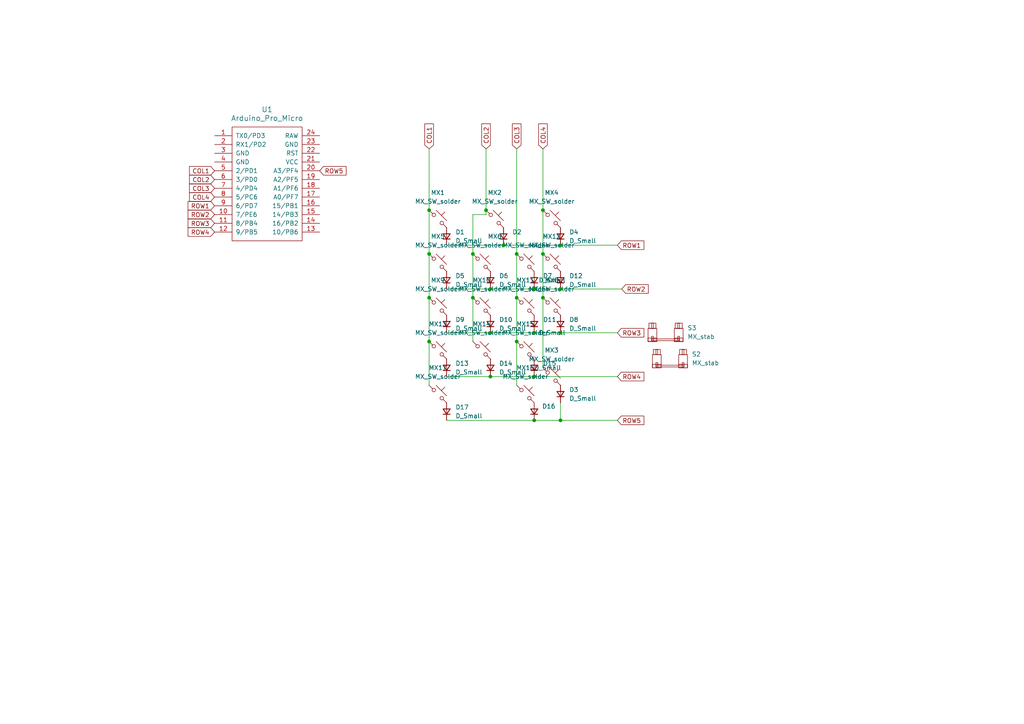
<source format=kicad_sch>
(kicad_sch (version 20231120) (generator "eeschema") (generator_version "8.0")
  (paper "A4")
  (lib_symbols
    (symbol "Device:D_Small" (pin_numbers hide) (pin_names (offset 0.254) hide)
      (property "Reference" "D" (at -1.27 2.032 0))
      (property "Value" "D_Small" (at -3.81 -2.032 0))
      (symbol "D_Small_0_1"
        (polyline (pts (xy -0.762 -1.016) (xy -0.762 1.016)) (stroke (width 0.254)))
        (polyline (pts (xy -0.762 0) (xy 0.762 0)))
        (polyline (pts (xy 0.762 -1.016) (xy -0.762 0) (xy 0.762 1.016) (xy 0.762 -1.016)) (stroke (width 0.254)))
      )
      (symbol "D_Small_1_1"
        (pin passive line (at -2.54 0 0) (length 1.778) (name "K") (number "1"))
        (pin passive line (at 2.54 0 180) (length 1.778) (name "A") (number "2"))
      )
    )
    (symbol "PCM_marbastlib-mx:MX_SW_solder" (pin_numbers hide) (pin_names (offset 1.016) hide)
      (property "Reference" "MX" (at 3.048 1.016 0))
      (property "Value" "MX_SW_solder" (at 0 -3.81 0))
      (symbol "MX_SW_solder_0_1"
        (circle (center -1.1684 1.1684) (radius 0.508))
        (polyline (pts (xy -0.508 2.54) (xy 2.54 -0.508)))
        (polyline (pts (xy 1.016 1.016) (xy 2.032 2.032)))
        (polyline (pts (xy -2.54 2.54) (xy -1.524 1.524) (xy -1.524 1.524)))
        (polyline (pts (xy 1.524 -1.524) (xy 2.54 -2.54) (xy 2.54 -2.54) (xy 2.54 -2.54)))
        (circle (center 1.143 -1.1938) (radius 0.508))
        (pin passive line (at -2.54 2.54 0) (length 0) (name "1") (number "1"))
        (pin passive line (at 2.54 -2.54 180) (length 0) (name "2") (number "2"))
      )
    )
    (symbol "PCM_marbastlib-mx:MX_stab" (pin_names (offset 1.016))
      (property "Reference" "S" (at -5.08 6.35 0))
      (property "Value" "MX_stab" (at -5.08 3.81 0))
      (symbol "MX_stab_0_1"
        (rectangle (start -5.08 -1.524) (end -2.54 -2.54))
        (rectangle (start -5.08 1.27) (end -2.54 -2.54))
        (rectangle (start -4.826 2.794) (end -2.794 1.27))
        (rectangle (start -4.064 -2.286) (end -3.556 -1.016))
        (rectangle (start -4.064 -1.778) (end 4.064 -2.286))
        (rectangle (start -4.064 1.27) (end -3.556 2.794))
        (rectangle (start 2.54 -1.524) (end 5.08 -2.54))
        (rectangle (start 2.54 1.27) (end 5.08 -2.54))
        (rectangle (start 2.794 2.794) (end 4.826 1.27))
        (rectangle (start 3.556 1.27) (end 4.064 2.794))
        (rectangle (start 4.064 -2.286) (end 3.556 -1.016))
      )
    )
    (symbol "ScottoKeebs:MCU_Arduino_Pro_Micro" (pin_names (offset 1.016))
      (property "Reference" "U" (at 0 0 0))
      (property "Value" "Arduino_Pro_Micro" (at 0 -19.05 0))
      (symbol "MCU_Arduino_Pro_Micro_0_1"
        (rectangle (start -10.16 16.51) (end 10.16 -16.51))
      )
      (symbol "MCU_Arduino_Pro_Micro_1_1"
        (pin input line (at -15.24 13.97 0) (length 5.08) (name "TX0/PD3") (number "1"))
        (pin input line (at -15.24 -8.89 0) (length 5.08) (name "7/PE6") (number "10"))
        (pin input line (at -15.24 -11.43 0) (length 5.08) (name "8/PB4") (number "11"))
        (pin input line (at -15.24 -13.97 0) (length 5.08) (name "9/PB5") (number "12"))
        (pin input line (at 15.24 -13.97 180) (length 5.08) (name "10/PB6") (number "13"))
        (pin input line (at 15.24 -11.43 180) (length 5.08) (name "16/PB2") (number "14"))
        (pin input line (at 15.24 -8.89 180) (length 5.08) (name "14/PB3") (number "15"))
        (pin input line (at 15.24 -6.35 180) (length 5.08) (name "15/PB1") (number "16"))
        (pin input line (at 15.24 -3.81 180) (length 5.08) (name "A0/PF7") (number "17"))
        (pin input line (at 15.24 -1.27 180) (length 5.08) (name "A1/PF6") (number "18"))
        (pin input line (at 15.24 1.27 180) (length 5.08) (name "A2/PF5") (number "19"))
        (pin input line (at -15.24 11.43 0) (length 5.08) (name "RX1/PD2") (number "2"))
        (pin input line (at 15.24 3.81 180) (length 5.08) (name "A3/PF4") (number "20"))
        (pin input line (at 15.24 6.35 180) (length 5.08) (name "VCC") (number "21"))
        (pin input line (at 15.24 8.89 180) (length 5.08) (name "RST") (number "22"))
        (pin input line (at 15.24 11.43 180) (length 5.08) (name "GND") (number "23"))
        (pin input line (at 15.24 13.97 180) (length 5.08) (name "RAW") (number "24"))
        (pin input line (at -15.24 8.89 0) (length 5.08) (name "GND") (number "3"))
        (pin input line (at -15.24 6.35 0) (length 5.08) (name "GND") (number "4"))
        (pin input line (at -15.24 3.81 0) (length 5.08) (name "2/PD1") (number "5"))
        (pin input line (at -15.24 1.27 0) (length 5.08) (name "3/PD0") (number "6"))
        (pin input line (at -15.24 -1.27 0) (length 5.08) (name "4/PD4") (number "7"))
        (pin input line (at -15.24 -3.81 0) (length 5.08) (name "5/PC6") (number "8"))
        (pin input line (at -15.24 -6.35 0) (length 5.08) (name "6/PD7") (number "9"))
      )
    )
  )
  (junction (at 124.46 86.36))
  (junction (at 154.94 109.22))
  (junction (at 154.94 121.92))
  (junction (at 149.86 99.06))
  (junction (at 124.46 60.96))
  (junction (at 137.16 73.66))
  (junction (at 157.48 60.96))
  (junction (at 157.48 73.66))
  (junction (at 154.94 96.52))
  (junction (at 162.56 71.12))
  (junction (at 142.24 109.22))
  (junction (at 146.05 71.12))
  (junction (at 162.56 96.52))
  (junction (at 124.46 99.06))
  (junction (at 162.56 83.82))
  (junction (at 140.97 60.96))
  (junction (at 157.48 86.36))
  (junction (at 142.24 83.82))
  (junction (at 149.86 73.66))
  (junction (at 137.16 86.36))
  (junction (at 162.56 121.92))
  (junction (at 124.46 73.66))
  (junction (at 142.24 96.52))
  (junction (at 154.94 83.82))
  (junction (at 149.86 86.36))
  (wire (pts (xy 129.54 109.22) (xy 142.24 109.22)))
  (wire (pts (xy 124.46 86.36) (xy 124.46 99.06)))
  (wire (pts (xy 137.16 73.66) (xy 137.16 86.36)))
  (wire (pts (xy 162.56 121.92) (xy 179.07 121.92)))
  (wire (pts (xy 149.86 73.66) (xy 149.86 86.36)))
  (wire (pts (xy 124.46 43.18) (xy 124.46 60.96)))
  (wire (pts (xy 137.16 62.23) (xy 137.16 73.66)))
  (wire (pts (xy 129.54 96.52) (xy 142.24 96.52)))
  (wire (pts (xy 149.86 99.06) (xy 149.86 111.76)))
  (wire (pts (xy 157.48 86.36) (xy 157.48 106.68)))
  (wire (pts (xy 140.97 62.23) (xy 137.16 62.23)))
  (wire (pts (xy 157.48 60.96) (xy 157.48 73.66)))
  (wire (pts (xy 124.46 60.96) (xy 124.46 73.66)))
  (wire (pts (xy 129.54 83.82) (xy 142.24 83.82)))
  (wire (pts (xy 154.94 109.22) (xy 179.07 109.22)))
  (wire (pts (xy 162.56 83.82) (xy 180.34 83.82)))
  (wire (pts (xy 179.07 71.12) (xy 162.56 71.12)))
  (wire (pts (xy 142.24 96.52) (xy 154.94 96.52)))
  (wire (pts (xy 162.56 116.84) (xy 162.56 121.92)))
  (wire (pts (xy 157.48 43.18) (xy 157.48 60.96)))
  (wire (pts (xy 149.86 86.36) (xy 149.86 99.06)))
  (wire (pts (xy 124.46 99.06) (xy 124.46 111.76)))
  (wire (pts (xy 137.16 86.36) (xy 137.16 99.06)))
  (wire (pts (xy 154.94 83.82) (xy 162.56 83.82)))
  (wire (pts (xy 142.24 109.22) (xy 154.94 109.22)))
  (wire (pts (xy 154.94 121.92) (xy 162.56 121.92)))
  (wire (pts (xy 154.94 96.52) (xy 162.56 96.52)))
  (wire (pts (xy 140.97 60.96) (xy 140.97 62.23)))
  (wire (pts (xy 129.54 71.12) (xy 146.05 71.12)))
  (wire (pts (xy 146.05 71.12) (xy 162.56 71.12)))
  (wire (pts (xy 149.86 43.18) (xy 149.86 73.66)))
  (wire (pts (xy 142.24 83.82) (xy 154.94 83.82)))
  (wire (pts (xy 140.97 43.18) (xy 140.97 60.96)))
  (wire (pts (xy 124.46 73.66) (xy 124.46 86.36)))
  (wire (pts (xy 129.54 121.92) (xy 154.94 121.92)))
  (wire (pts (xy 162.56 96.52) (xy 179.07 96.52)))
  (wire (pts (xy 157.48 73.66) (xy 157.48 86.36)))
  (global_label "ROW3" (shape input) (at 179.07 96.52 0) (property "Intersheetrefs" "${INTERSHEET_REFS}" (effects (hide yes))))
  (global_label "COL2" (shape input) (at 62.23 52.07 180) (property "Intersheetrefs" "${INTERSHEET_REFS}" (effects (hide yes))))
  (global_label "COL1" (shape input) (at 124.46 43.18 90) (property "Intersheetrefs" "${INTERSHEET_REFS}" (effects (hide yes))))
  (global_label "COL4" (shape input) (at 157.48 43.18 90) (property "Intersheetrefs" "${INTERSHEET_REFS}" (effects (hide yes))))
  (global_label "ROW4" (shape input) (at 62.23 67.31 180) (property "Intersheetrefs" "${INTERSHEET_REFS}" (effects (hide yes))))
  (global_label "COL1" (shape input) (at 62.23 49.53 180) (property "Intersheetrefs" "${INTERSHEET_REFS}" (effects (hide yes))))
  (global_label "ROW5" (shape input) (at 179.07 121.92 0) (property "Intersheetrefs" "${INTERSHEET_REFS}" (effects (hide yes))))
  (global_label "ROW5" (shape input) (at 92.71 49.53 0) (property "Intersheetrefs" "${INTERSHEET_REFS}" (effects (hide yes))))
  (global_label "ROW4" (shape input) (at 179.07 109.22 0) (property "Intersheetrefs" "${INTERSHEET_REFS}" (effects (hide yes))))
  (global_label "ROW1" (shape input) (at 179.07 71.12 0) (property "Intersheetrefs" "${INTERSHEET_REFS}" (effects (hide yes))))
  (global_label "ROW1" (shape input) (at 62.23 59.69 180) (property "Intersheetrefs" "${INTERSHEET_REFS}" (effects (hide yes))))
  (global_label "ROW3" (shape input) (at 62.23 64.77 180) (property "Intersheetrefs" "${INTERSHEET_REFS}" (effects (hide yes))))
  (global_label "COL3" (shape input) (at 149.86 43.18 90) (property "Intersheetrefs" "${INTERSHEET_REFS}" (effects (hide yes))))
  (global_label "COL3" (shape input) (at 62.23 54.61 180) (property "Intersheetrefs" "${INTERSHEET_REFS}" (effects (hide yes))))
  (global_label "ROW2" (shape input) (at 180.34 83.82 0) (property "Intersheetrefs" "${INTERSHEET_REFS}" (effects (hide yes))))
  (global_label "COL2" (shape input) (at 140.97 43.18 90) (property "Intersheetrefs" "${INTERSHEET_REFS}" (effects (hide yes))))
  (global_label "ROW2" (shape input) (at 62.23 62.23 180) (property "Intersheetrefs" "${INTERSHEET_REFS}" (effects (hide yes))))
  (global_label "COL4" (shape input) (at 62.23 57.15 180) (property "Intersheetrefs" "${INTERSHEET_REFS}" (effects (hide yes))))
  (symbol (lib_id "Device:D_Small") (at 129.54 106.68 90) (unit 1)
    (property "Reference" "D13" (at 132.08 105.4099 90) (effects (justify right)))
    (property "Value" "D_Small" (at 132.08 107.9499 90) (effects (justify right)))
    (property "Footprint" "Diode_SMD:D_SOD-123" (effects (hide yes)))
    (property "Description" "Diode, small symbol" (effects (hide yes)))
    (property "Sim.Device" "D" (effects (hide yes)))
    (property "Sim.Pins" "1=K 2=A" (effects (hide yes)))
  )
  (symbol (lib_id "Device:D_Small") (at 162.56 93.98 90) (unit 1)
    (property "Reference" "D8" (at 165.1 92.7099 90) (effects (justify right)))
    (property "Value" "D_Small" (at 165.1 95.2499 90) (effects (justify right)))
    (property "Footprint" "Diode_SMD:D_SOD-123" (effects (hide yes)))
    (property "Description" "Diode, small symbol" (effects (hide yes)))
    (property "Sim.Device" "D" (effects (hide yes)))
    (property "Sim.Pins" "1=K 2=A" (effects (hide yes)))
  )
  (symbol (lib_id "Device:D_Small") (at 162.56 114.3 90) (unit 1)
    (property "Reference" "D3" (at 165.1 113.0299 90) (effects (justify right)))
    (property "Value" "D_Small" (at 165.1 115.5699 90) (effects (justify right)))
    (property "Footprint" "Diode_SMD:D_SOD-123" (effects (hide yes)))
    (property "Description" "Diode, small symbol" (effects (hide yes)))
    (property "Sim.Device" "D" (effects (hide yes)))
    (property "Sim.Pins" "1=K 2=A" (effects (hide yes)))
  )
  (symbol (lib_id "PCM_marbastlib-mx:MX_SW_solder") (at 127 63.5 0) (unit 1)
    (property "Reference" "MX1" (at 127 55.88 0))
    (property "Value" "MX_SW_solder" (at 127 58.42 0))
    (property "Footprint" "PCM_marbastlib-mx:SW_MX_HS_CPG151101S11_1u" (effects (hide yes)))
    (property "Description" "Push button switch, normally open, two pins, 45° tilted" (effects (hide yes)))
  )
  (symbol (lib_id "PCM_marbastlib-mx:MX_SW_solder") (at 152.4 101.6 0) (unit 1)
    (property "Reference" "MX15" (at 152.4 93.98 0))
    (property "Value" "MX_SW_solder" (at 152.4 96.52 0))
    (property "Footprint" "PCM_marbastlib-mx:SW_MX_HS_CPG151101S11_1u" (effects (hide yes)))
    (property "Description" "Push button switch, normally open, two pins, 45° tilted" (effects (hide yes)))
  )
  (symbol (lib_id "Device:D_Small") (at 129.54 81.28 90) (unit 1)
    (property "Reference" "D5" (at 132.08 80.0099 90) (effects (justify right)))
    (property "Value" "D_Small" (at 132.08 82.5499 90) (effects (justify right)))
    (property "Footprint" "Diode_SMD:D_SOD-123" (effects (hide yes)))
    (property "Description" "Diode, small symbol" (effects (hide yes)))
    (property "Sim.Device" "D" (effects (hide yes)))
    (property "Sim.Pins" "1=K 2=A" (effects (hide yes)))
  )
  (symbol (lib_id "PCM_marbastlib-mx:MX_SW_solder") (at 127 114.3 0) (unit 1)
    (property "Reference" "MX17" (at 127 106.68 0))
    (property "Value" "MX_SW_solder" (at 127 109.22 0))
    (property "Footprint" "PCM_marbastlib-mx:SW_MX_HS_CPG151101S11_1u" (effects (hide yes)))
    (property "Description" "Push button switch, normally open, two pins, 45° tilted" (effects (hide yes)))
  )
  (symbol (lib_id "PCM_marbastlib-mx:MX_stab") (at 193.04 96.52 0) (unit 1)
    (property "Reference" "S3" (at 199.39 95.1229 0) (effects (justify left)))
    (property "Value" "MX_stab" (at 199.39 97.6629 0) (effects (justify left)))
    (property "Footprint" "PCM_marbastlib-mx:STAB_MX_2u" (effects (hide yes)))
    (property "Description" "Cherry MX-style stabilizer" (effects (hide yes)))
  )
  (symbol (lib_id "PCM_marbastlib-mx:MX_SW_solder") (at 139.7 101.6 0) (unit 1)
    (property "Reference" "MX14" (at 139.7 93.98 0))
    (property "Value" "MX_SW_solder" (at 139.7 96.52 0))
    (property "Footprint" "PCM_marbastlib-mx:SW_MX_HS_CPG151101S11_1u" (effects (hide yes)))
    (property "Description" "Push button switch, normally open, two pins, 45° tilted" (effects (hide yes)))
  )
  (symbol (lib_id "Device:D_Small") (at 142.24 93.98 90) (unit 1)
    (property "Reference" "D10" (at 144.78 92.7099 90) (effects (justify right)))
    (property "Value" "D_Small" (at 144.78 95.2499 90) (effects (justify right)))
    (property "Footprint" "Diode_SMD:D_SOD-123" (effects (hide yes)))
    (property "Description" "Diode, small symbol" (effects (hide yes)))
    (property "Sim.Device" "D" (effects (hide yes)))
    (property "Sim.Pins" "1=K 2=A" (effects (hide yes)))
  )
  (symbol (lib_id "Device:D_Small") (at 146.05 68.58 90) (unit 1)
    (property "Reference" "D2" (at 148.59 67.3099 90) (effects (justify right)))
    (property "Value" "D_Small" (effects (hide yes)))
    (property "Footprint" "Diode_SMD:D_SOD-123" (effects (hide yes)))
    (property "Description" "Diode, small symbol" (effects (hide yes)))
    (property "Sim.Device" "D" (effects (hide yes)))
    (property "Sim.Pins" "1=K 2=A" (effects (hide yes)))
  )
  (symbol (lib_id "PCM_marbastlib-mx:MX_SW_solder") (at 160.02 76.2 0) (unit 1)
    (property "Reference" "MX12" (at 160.02 68.58 0))
    (property "Value" "MX_SW_solder" (at 160.02 71.12 0))
    (property "Footprint" "PCM_marbastlib-mx:SW_MX_HS_CPG151101S11_1u" (effects (hide yes)))
    (property "Description" "Push button switch, normally open, two pins, 45° tilted" (effects (hide yes)))
  )
  (symbol (lib_id "Device:D_Small") (at 154.94 119.38 90) (unit 1)
    (property "Reference" "D16" (at 157.226 117.856 90) (effects (justify right)))
    (property "Value" "D_Small" (effects (hide yes)))
    (property "Footprint" "Diode_SMD:D_SOD-123" (effects (hide yes)))
    (property "Description" "Diode, small symbol" (effects (hide yes)))
    (property "Sim.Device" "D" (effects (hide yes)))
    (property "Sim.Pins" "1=K 2=A" (effects (hide yes)))
  )
  (symbol (lib_id "PCM_marbastlib-mx:MX_SW_solder") (at 127 101.6 0) (unit 1)
    (property "Reference" "MX13" (at 127 93.98 0))
    (property "Value" "MX_SW_solder" (at 127 96.52 0))
    (property "Footprint" "PCM_marbastlib-mx:SW_MX_HS_CPG151101S11_1u" (effects (hide yes)))
    (property "Description" "Push button switch, normally open, two pins, 45° tilted" (effects (hide yes)))
  )
  (symbol (lib_id "Device:D_Small") (at 129.54 119.38 90) (unit 1)
    (property "Reference" "D17" (at 132.08 118.1099 90) (effects (justify right)))
    (property "Value" "D_Small" (at 132.08 120.6499 90) (effects (justify right)))
    (property "Footprint" "Diode_SMD:D_SOD-123" (effects (hide yes)))
    (property "Description" "Diode, small symbol" (effects (hide yes)))
    (property "Sim.Device" "D" (effects (hide yes)))
    (property "Sim.Pins" "1=K 2=A" (effects (hide yes)))
  )
  (symbol (lib_id "PCM_marbastlib-mx:MX_SW_solder") (at 152.4 76.2 0) (unit 1)
    (property "Reference" "MX7" (effects (hide yes)))
    (property "Value" "MX_SW_solder" (at 152.4 71.12 0))
    (property "Footprint" "PCM_marbastlib-mx:SW_MX_HS_CPG151101S11_1u" (effects (hide yes)))
    (property "Description" "Push button switch, normally open, two pins, 45° tilted" (effects (hide yes)))
  )
  (symbol (lib_id "Device:D_Small") (at 129.54 68.58 90) (unit 1)
    (property "Reference" "D1" (at 132.08 67.3099 90) (effects (justify right)))
    (property "Value" "D_Small" (at 132.08 69.8499 90) (effects (justify right)))
    (property "Footprint" "Diode_SMD:D_SOD-123" (effects (hide yes)))
    (property "Description" "Diode, small symbol" (effects (hide yes)))
    (property "Sim.Device" "D" (effects (hide yes)))
    (property "Sim.Pins" "1=K 2=A" (effects (hide yes)))
  )
  (symbol (lib_id "PCM_marbastlib-mx:MX_SW_solder") (at 139.7 88.9 0) (unit 1)
    (property "Reference" "MX10" (at 139.7 81.28 0))
    (property "Value" "MX_SW_solder" (at 139.7 83.82 0))
    (property "Footprint" "PCM_marbastlib-mx:SW_MX_HS_CPG151101S11_1u" (effects (hide yes)))
    (property "Description" "Push button switch, normally open, two pins, 45° tilted" (effects (hide yes)))
  )
  (symbol (lib_id "Device:D_Small") (at 154.94 93.98 90) (unit 1)
    (property "Reference" "D11" (at 157.48 92.7099 90) (effects (justify right)))
    (property "Value" "D_Small" (at 156.21 96.5199 90) (effects (justify right)))
    (property "Footprint" "Diode_SMD:D_SOD-123" (effects (hide yes)))
    (property "Description" "Diode, small symbol" (effects (hide yes)))
    (property "Sim.Device" "D" (effects (hide yes)))
    (property "Sim.Pins" "1=K 2=A" (effects (hide yes)))
  )
  (symbol (lib_id "PCM_marbastlib-mx:MX_SW_solder") (at 160.02 88.9 0) (unit 1)
    (property "Reference" "MX8" (at 160.02 81.28 0))
    (property "Value" "MX_SW_solder" (at 160.02 83.82 0))
    (property "Footprint" "PCM_marbastlib-mx:SW_MX_HS_CPG151101S11_1u" (effects (hide yes)))
    (property "Description" "Push button switch, normally open, two pins, 45° tilted" (effects (hide yes)))
  )
  (symbol (lib_id "PCM_marbastlib-mx:MX_SW_solder") (at 143.51 63.5 0) (unit 1)
    (property "Reference" "MX2" (at 143.51 55.88 0))
    (property "Value" "MX_SW_solder" (at 143.51 58.42 0))
    (property "Footprint" "PCM_marbastlib-mx:SW_MX_HS_CPG151101S11_1.5u" (effects (hide yes)))
    (property "Description" "Push button switch, normally open, two pins, 45° tilted" (effects (hide yes)))
  )
  (symbol (lib_id "Device:D_Small") (at 162.56 68.58 90) (unit 1)
    (property "Reference" "D4" (at 165.1 67.3099 90) (effects (justify right)))
    (property "Value" "D_Small" (at 165.1 69.8499 90) (effects (justify right)))
    (property "Footprint" "Diode_SMD:D_SOD-123" (effects (hide yes)))
    (property "Description" "Diode, small symbol" (effects (hide yes)))
    (property "Sim.Device" "D" (effects (hide yes)))
    (property "Sim.Pins" "1=K 2=A" (effects (hide yes)))
  )
  (symbol (lib_id "PCM_marbastlib-mx:MX_stab") (at 194.31 104.14 0) (unit 1)
    (property "Reference" "S2" (at 200.66 102.7429 0) (effects (justify left)))
    (property "Value" "MX_stab" (at 200.66 105.2829 0) (effects (justify left)))
    (property "Footprint" "PCM_marbastlib-mx:STAB_MX_2u" (effects (hide yes)))
    (property "Description" "Cherry MX-style stabilizer" (effects (hide yes)))
  )
  (symbol (lib_id "Device:D_Small") (at 142.24 81.28 90) (unit 1)
    (property "Reference" "D6" (at 144.78 80.0099 90) (effects (justify right)))
    (property "Value" "D_Small" (at 144.78 82.5499 90) (effects (justify right)))
    (property "Footprint" "Diode_SMD:D_SOD-123" (effects (hide yes)))
    (property "Description" "Diode, small symbol" (effects (hide yes)))
    (property "Sim.Device" "D" (effects (hide yes)))
    (property "Sim.Pins" "1=K 2=A" (effects (hide yes)))
  )
  (symbol (lib_id "Device:D_Small") (at 154.94 106.68 90) (unit 1)
    (property "Reference" "D15" (at 157.48 105.4099 90) (effects (justify right)))
    (property "Value" "D_Small" (at 154.94 106.6799 90) (effects (justify right)))
    (property "Footprint" "Diode_SMD:D_SOD-123" (effects (hide yes)))
    (property "Description" "Diode, small symbol" (effects (hide yes)))
    (property "Sim.Device" "D" (effects (hide yes)))
    (property "Sim.Pins" "1=K 2=A" (effects (hide yes)))
  )
  (symbol (lib_id "ScottoKeebs:MCU_Arduino_Pro_Micro") (at 77.47 53.34 0) (unit 1)
    (property "Reference" "U1" (at 77.47 31.75 0) (effects (font (size 1.524 1.524))))
    (property "Value" "Arduino_Pro_Micro" (at 77.47 34.29 0) (effects (font (size 1.524 1.524))))
    (property "Footprint" "ScottoKeebs_MCU:Arduino_Pro_Micro" (effects (hide yes)))
  )
  (symbol (lib_id "Device:D_Small") (at 142.24 106.68 90) (unit 1)
    (property "Reference" "D14" (at 144.78 105.4099 90) (effects (justify right)))
    (property "Value" "D_Small" (at 144.78 107.9499 90) (effects (justify right)))
    (property "Footprint" "Diode_SMD:D_SOD-123" (effects (hide yes)))
    (property "Description" "Diode, small symbol" (effects (hide yes)))
    (property "Sim.Device" "D" (effects (hide yes)))
    (property "Sim.Pins" "1=K 2=A" (effects (hide yes)))
  )
  (symbol (lib_id "PCM_marbastlib-mx:MX_SW_solder") (at 152.4 114.3 0) (unit 1)
    (property "Reference" "MX16" (at 152.4 106.68 0))
    (property "Value" "MX_SW_solder" (at 152.4 109.22 0))
    (property "Footprint" "PCM_marbastlib-mx:SW_MX_HS_CPG151101S11_1u" (effects (hide yes)))
    (property "Description" "Push button switch, normally open, two pins, 45° tilted" (effects (hide yes)))
  )
  (symbol (lib_id "PCM_marbastlib-mx:MX_SW_solder") (at 127 76.2 0) (unit 1)
    (property "Reference" "MX5" (at 127 68.58 0))
    (property "Value" "MX_SW_solder" (at 127 71.12 0))
    (property "Footprint" "PCM_marbastlib-mx:SW_MX_HS_CPG151101S11_1u" (effects (hide yes)))
    (property "Description" "Push button switch, normally open, two pins, 45° tilted" (effects (hide yes)))
  )
  (symbol (lib_id "PCM_marbastlib-mx:MX_SW_solder") (at 160.02 109.22 0) (unit 1)
    (property "Reference" "MX3" (at 160.02 101.6 0))
    (property "Value" "MX_SW_solder" (at 160.02 104.14 0))
    (property "Footprint" "PCM_marbastlib-mx:SW_MX_HS_CPG151101S11_1u" (effects (hide yes)))
    (property "Description" "Push button switch, normally open, two pins, 45° tilted" (effects (hide yes)))
  )
  (symbol (lib_id "Device:D_Small") (at 154.94 81.28 90) (unit 1)
    (property "Reference" "D7" (at 157.48 80.0099 90) (effects (justify right)))
    (property "Value" "D_Small" (at 156.21 81.2799 90) (effects (justify right)))
    (property "Footprint" "Diode_SMD:D_SOD-123" (effects (hide yes)))
    (property "Description" "Diode, small symbol" (effects (hide yes)))
    (property "Sim.Device" "D" (effects (hide yes)))
    (property "Sim.Pins" "1=K 2=A" (effects (hide yes)))
  )
  (symbol (lib_id "PCM_marbastlib-mx:MX_SW_solder") (at 160.02 63.5 0) (unit 1)
    (property "Reference" "MX4" (at 160.02 55.88 0))
    (property "Value" "MX_SW_solder" (at 160.02 58.42 0))
    (property "Footprint" "PCM_marbastlib-mx:SW_MX_HS_CPG151101S11_1.5u" (effects (hide yes)))
    (property "Description" "Push button switch, normally open, two pins, 45° tilted" (effects (hide yes)))
  )
  (symbol (lib_id "PCM_marbastlib-mx:MX_SW_solder") (at 152.4 88.9 0) (unit 1)
    (property "Reference" "MX11" (at 152.4 81.28 0))
    (property "Value" "MX_SW_solder" (at 152.4 83.82 0))
    (property "Footprint" "PCM_marbastlib-mx:SW_MX_HS_CPG151101S11_1u" (effects (hide yes)))
    (property "Description" "Push button switch, normally open, two pins, 45° tilted" (effects (hide yes)))
  )
  (symbol (lib_id "Device:D_Small") (at 162.56 81.28 90) (unit 1)
    (property "Reference" "D12" (at 165.1 80.0099 90) (effects (justify right)))
    (property "Value" "D_Small" (at 165.1 82.5499 90) (effects (justify right)))
    (property "Footprint" "Diode_SMD:D_SOD-123" (effects (hide yes)))
    (property "Description" "Diode, small symbol" (effects (hide yes)))
    (property "Sim.Device" "D" (effects (hide yes)))
    (property "Sim.Pins" "1=K 2=A" (effects (hide yes)))
  )
  (symbol (lib_id "PCM_marbastlib-mx:MX_SW_solder") (at 127 88.9 0) (unit 1)
    (property "Reference" "MX9" (at 127 81.28 0))
    (property "Value" "MX_SW_solder" (at 127 83.82 0))
    (property "Footprint" "PCM_marbastlib-mx:SW_MX_HS_CPG151101S11_1u" (effects (hide yes)))
    (property "Description" "Push button switch, normally open, two pins, 45° tilted" (effects (hide yes)))
  )
  (symbol (lib_id "Device:D_Small") (at 129.54 93.98 90) (unit 1)
    (property "Reference" "D9" (at 132.08 92.7099 90) (effects (justify right)))
    (property "Value" "D_Small" (at 132.08 95.2499 90) (effects (justify right)))
    (property "Footprint" "Diode_SMD:D_SOD-123" (effects (hide yes)))
    (property "Description" "Diode, small symbol" (effects (hide yes)))
    (property "Sim.Device" "D" (effects (hide yes)))
    (property "Sim.Pins" "1=K 2=A" (effects (hide yes)))
  )
  (symbol (lib_id "PCM_marbastlib-mx:MX_SW_solder") (at 139.7 76.2 0) (unit 1)
    (property "Reference" "MX6" (at 143.51 68.58 0))
    (property "Value" "MX_SW_solder" (at 139.7 71.12 0))
    (property "Footprint" "PCM_marbastlib-mx:SW_MX_HS_CPG151101S11_1u" (effects (hide yes)))
    (property "Description" "Push button switch, normally open, two pins, 45° tilted" (effects (hide yes)))
  )
)
</source>
